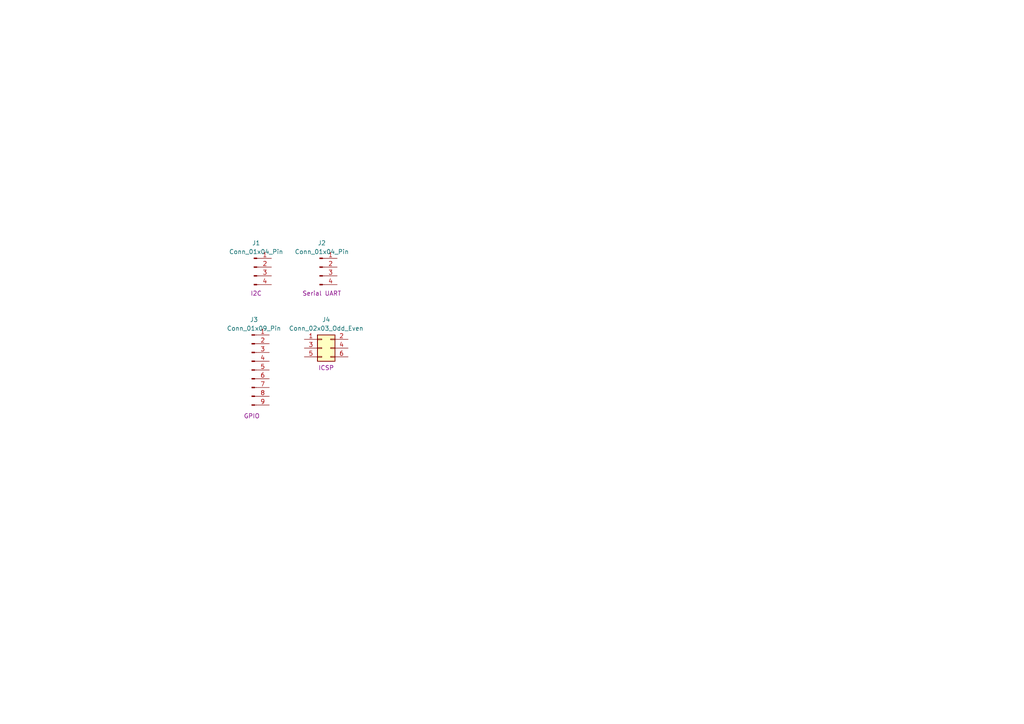
<source format=kicad_sch>
(kicad_sch (version 20231120) (generator "eeschema") (generator_version "8.0")
  (paper "A4")
  (lib_symbols
    (symbol "Connector:Conn_01x04_Pin" (pin_names (offset 1.016) hide)
      (property "Reference" "J" (at 0 5.08 0))
      (property "Value" "Conn_01x04_Pin" (at 0 -7.62 0))
      (symbol "Conn_01x04_Pin_1_1"
        (polyline (pts (xy 1.27 -5.08) (xy 0.8636 -5.08)) (stroke (width 0.1524)))
        (polyline (pts (xy 1.27 -2.54) (xy 0.8636 -2.54)) (stroke (width 0.1524)))
        (polyline (pts (xy 1.27 0) (xy 0.8636 0)) (stroke (width 0.1524)))
        (polyline (pts (xy 1.27 2.54) (xy 0.8636 2.54)) (stroke (width 0.1524)))
        (rectangle (start 0.8636 -4.953) (end 0 -5.207) (stroke (width 0.1524)) (fill (type outline)))
        (rectangle (start 0.8636 -2.413) (end 0 -2.667) (stroke (width 0.1524)) (fill (type outline)))
        (rectangle (start 0.8636 0.127) (end 0 -0.127) (stroke (width 0.1524)) (fill (type outline)))
        (rectangle (start 0.8636 2.667) (end 0 2.413) (stroke (width 0.1524)) (fill (type outline)))
        (pin passive line (at 5.08 2.54 180) (length 3.81) (name "Pin_1") (number "1"))
        (pin passive line (at 5.08 0 180) (length 3.81) (name "Pin_2") (number "2"))
        (pin passive line (at 5.08 -2.54 180) (length 3.81) (name "Pin_3") (number "3"))
        (pin passive line (at 5.08 -5.08 180) (length 3.81) (name "Pin_4") (number "4"))
      )
    )
    (symbol "Connector:Conn_01x09_Pin" (pin_names (offset 1.016) hide)
      (property "Reference" "J" (at 0 12.7 0))
      (property "Value" "Conn_01x09_Pin" (at 0 -12.7 0))
      (symbol "Conn_01x09_Pin_1_1"
        (polyline (pts (xy 1.27 -10.16) (xy 0.8636 -10.16)) (stroke (width 0.1524)))
        (polyline (pts (xy 1.27 -7.62) (xy 0.8636 -7.62)) (stroke (width 0.1524)))
        (polyline (pts (xy 1.27 -5.08) (xy 0.8636 -5.08)) (stroke (width 0.1524)))
        (polyline (pts (xy 1.27 -2.54) (xy 0.8636 -2.54)) (stroke (width 0.1524)))
        (polyline (pts (xy 1.27 0) (xy 0.8636 0)) (stroke (width 0.1524)))
        (polyline (pts (xy 1.27 2.54) (xy 0.8636 2.54)) (stroke (width 0.1524)))
        (polyline (pts (xy 1.27 5.08) (xy 0.8636 5.08)) (stroke (width 0.1524)))
        (polyline (pts (xy 1.27 7.62) (xy 0.8636 7.62)) (stroke (width 0.1524)))
        (polyline (pts (xy 1.27 10.16) (xy 0.8636 10.16)) (stroke (width 0.1524)))
        (rectangle (start 0.8636 -10.033) (end 0 -10.287) (stroke (width 0.1524)) (fill (type outline)))
        (rectangle (start 0.8636 -7.493) (end 0 -7.747) (stroke (width 0.1524)) (fill (type outline)))
        (rectangle (start 0.8636 -4.953) (end 0 -5.207) (stroke (width 0.1524)) (fill (type outline)))
        (rectangle (start 0.8636 -2.413) (end 0 -2.667) (stroke (width 0.1524)) (fill (type outline)))
        (rectangle (start 0.8636 0.127) (end 0 -0.127) (stroke (width 0.1524)) (fill (type outline)))
        (rectangle (start 0.8636 2.667) (end 0 2.413) (stroke (width 0.1524)) (fill (type outline)))
        (rectangle (start 0.8636 5.207) (end 0 4.953) (stroke (width 0.1524)) (fill (type outline)))
        (rectangle (start 0.8636 7.747) (end 0 7.493) (stroke (width 0.1524)) (fill (type outline)))
        (rectangle (start 0.8636 10.287) (end 0 10.033) (stroke (width 0.1524)) (fill (type outline)))
        (pin passive line (at 5.08 10.16 180) (length 3.81) (name "Pin_1") (number "1"))
        (pin passive line (at 5.08 7.62 180) (length 3.81) (name "Pin_2") (number "2"))
        (pin passive line (at 5.08 5.08 180) (length 3.81) (name "Pin_3") (number "3"))
        (pin passive line (at 5.08 2.54 180) (length 3.81) (name "Pin_4") (number "4"))
        (pin passive line (at 5.08 0 180) (length 3.81) (name "Pin_5") (number "5"))
        (pin passive line (at 5.08 -2.54 180) (length 3.81) (name "Pin_6") (number "6"))
        (pin passive line (at 5.08 -5.08 180) (length 3.81) (name "Pin_7") (number "7"))
        (pin passive line (at 5.08 -7.62 180) (length 3.81) (name "Pin_8") (number "8"))
        (pin passive line (at 5.08 -10.16 180) (length 3.81) (name "Pin_9") (number "9"))
      )
    )
    (symbol "Connector_Generic:Conn_02x03_Odd_Even" (pin_names (offset 1.016) hide)
      (property "Reference" "J" (at 1.27 5.08 0))
      (property "Value" "Conn_02x03_Odd_Even" (at 1.27 -5.08 0))
      (symbol "Conn_02x03_Odd_Even_1_1"
        (rectangle (start -1.27 -2.413) (end 0 -2.667) (stroke (width 0.1524)))
        (rectangle (start -1.27 0.127) (end 0 -0.127) (stroke (width 0.1524)))
        (rectangle (start -1.27 2.667) (end 0 2.413) (stroke (width 0.1524)))
        (rectangle (start -1.27 3.81) (end 3.81 -3.81) (stroke (width 0.254)) (fill (type background)))
        (rectangle (start 3.81 -2.413) (end 2.54 -2.667) (stroke (width 0.1524)))
        (rectangle (start 3.81 0.127) (end 2.54 -0.127) (stroke (width 0.1524)))
        (rectangle (start 3.81 2.667) (end 2.54 2.413) (stroke (width 0.1524)))
        (pin passive line (at -5.08 2.54 0) (length 3.81) (name "Pin_1") (number "1"))
        (pin passive line (at 7.62 2.54 180) (length 3.81) (name "Pin_2") (number "2"))
        (pin passive line (at -5.08 0 0) (length 3.81) (name "Pin_3") (number "3"))
        (pin passive line (at 7.62 0 180) (length 3.81) (name "Pin_4") (number "4"))
        (pin passive line (at -5.08 -2.54 0) (length 3.81) (name "Pin_5") (number "5"))
        (pin passive line (at 7.62 -2.54 180) (length 3.81) (name "Pin_6") (number "6"))
      )
    )
  )
  (symbol (lib_id "Connector_Generic:Conn_02x03_Odd_Even") (at 93.345 100.965 0) (unit 1)
    (property "Reference" "J4" (at 94.615 92.71 0))
    (property "Value" "Conn_02x03_Odd_Even" (at 94.615 95.25 0))
    (property "Footprint" "Connector_PinHeader_2.54mm:PinHeader_2x03_P2.54mm_Vertical" (effects (hide yes)))
    (property "Description" "Generic connector, double row, 02x03, odd/even pin numbering scheme (row 1 odd numbers, row 2 even numbers), script generated (kicad-library-utils/schlib/autogen/connector/)" (effects (hide yes)))
    (property "Purpose" "ICSP" (at 94.615 106.68 0))
  )
  (symbol (lib_id "Connector:Conn_01x04_Pin") (at 92.71 77.47 0) (unit 1)
    (property "Reference" "J2" (at 93.345 70.485 0))
    (property "Value" "Conn_01x04_Pin" (at 93.345 73.025 0))
    (property "Footprint" "Connector_PinHeader_2.54mm:PinHeader_1x04_P2.54mm_Vertical" (effects (hide yes)))
    (property "Description" "Generic connector, single row, 01x04, script generated" (effects (hide yes)))
    (property "Purpose" "Serial UART" (at 93.345 85.09 0))
  )
  (symbol (lib_id "Connector:Conn_01x09_Pin") (at 73.025 107.315 0) (unit 1)
    (property "Reference" "J3" (at 73.66 92.71 0))
    (property "Value" "Conn_01x09_Pin" (at 73.66 95.25 0))
    (property "Footprint" "Connector_PinHeader_2.54mm:PinHeader_1x09_P2.54mm_Vertical" (effects (hide yes)))
    (property "Description" "Generic connector, single row, 01x09, script generated" (effects (hide yes)))
    (property "Purpose" "GPIO" (at 73.025 120.65 0))
  )
  (symbol (lib_id "Connector:Conn_01x04_Pin") (at 73.66 77.47 0) (unit 1)
    (property "Reference" "J1" (at 74.295 70.485 0))
    (property "Value" "Conn_01x04_Pin" (at 74.295 73.025 0))
    (property "Footprint" "Connector_PinHeader_2.54mm:PinHeader_1x04_P2.54mm_Vertical" (effects (hide yes)))
    (property "Description" "Generic connector, single row, 01x04, script generated" (effects (hide yes)))
    (property "Purpose" "I2C" (at 74.295 85.09 0))
  )
)
</source>
